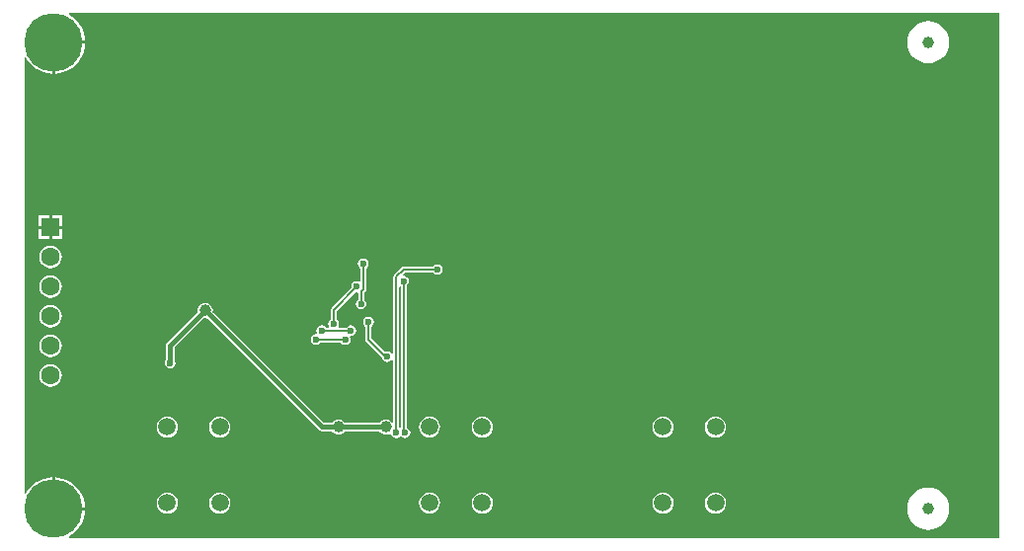
<source format=gbl>
G04*
G04 #@! TF.GenerationSoftware,Altium Limited,Altium Designer,19.0.15 (446)*
G04*
G04 Layer_Physical_Order=2*
G04 Layer_Color=16711680*
%FSLAX25Y25*%
%MOIN*%
G70*
G01*
G75*
%ADD15C,0.00787*%
%ADD53C,0.01575*%
%ADD57C,0.05906*%
%ADD58C,0.06299*%
%ADD59R,0.06299X0.06299*%
%ADD60C,0.03937*%
%ADD61C,0.19685*%
%ADD62C,0.02362*%
%ADD63C,0.03150*%
G36*
X319390Y167323D02*
Y-9843D01*
X5240Y-9843D01*
X5099Y-9342D01*
X6267Y-8626D01*
X7540Y-7540D01*
X8626Y-6267D01*
X9501Y-4841D01*
X10141Y-3295D01*
X10531Y-1668D01*
X10623Y-500D01*
X0D01*
Y0D01*
X-500D01*
Y10623D01*
X-1668Y10531D01*
X-3295Y10141D01*
X-4841Y9501D01*
X-6267Y8626D01*
X-7540Y7540D01*
X-8626Y6267D01*
X-9342Y5099D01*
X-9843Y5240D01*
Y152241D01*
X-9342Y152382D01*
X-8626Y151213D01*
X-7540Y149941D01*
X-6267Y148854D01*
X-4841Y147980D01*
X-3295Y147339D01*
X-1668Y146949D01*
X-500Y146857D01*
Y157480D01*
X0D01*
Y157980D01*
X10623D01*
X10531Y159148D01*
X10141Y160775D01*
X9501Y162321D01*
X8626Y163748D01*
X7540Y165020D01*
X6267Y166107D01*
X5099Y166823D01*
X5240Y167323D01*
X319390Y167323D01*
D02*
G37*
%LPC*%
G36*
X295276Y164601D02*
X293886Y164464D01*
X292550Y164059D01*
X291319Y163401D01*
X290240Y162516D01*
X289355Y161436D01*
X288697Y160205D01*
X288292Y158870D01*
X288155Y157480D01*
X288292Y156091D01*
X288697Y154755D01*
X289355Y153524D01*
X290240Y152445D01*
X291319Y151559D01*
X292550Y150901D01*
X293886Y150496D01*
X295276Y150359D01*
X296665Y150496D01*
X298001Y150901D01*
X299232Y151559D01*
X300311Y152445D01*
X301196Y153524D01*
X301854Y154755D01*
X302260Y156091D01*
X302396Y157480D01*
X302260Y158870D01*
X301854Y160205D01*
X301196Y161436D01*
X300311Y162516D01*
X299232Y163401D01*
X298001Y164059D01*
X296665Y164464D01*
X295276Y164601D01*
D02*
G37*
G36*
X10623Y156980D02*
X500D01*
Y146857D01*
X1668Y146949D01*
X3295Y147339D01*
X4841Y147980D01*
X6267Y148854D01*
X7540Y149941D01*
X8626Y151213D01*
X9501Y152639D01*
X10141Y154185D01*
X10531Y155812D01*
X10623Y156980D01*
D02*
G37*
G36*
X2953Y98898D02*
X-484D01*
Y95461D01*
X2953D01*
Y98898D01*
D02*
G37*
G36*
X-1484D02*
X-4921D01*
Y95461D01*
X-1484D01*
Y98898D01*
D02*
G37*
G36*
X2953Y94461D02*
X-484D01*
Y91024D01*
X2953D01*
Y94461D01*
D02*
G37*
G36*
X-1484D02*
X-4921D01*
Y91024D01*
X-1484D01*
Y94461D01*
D02*
G37*
G36*
X-984Y88733D02*
X-1961Y88604D01*
X-2871Y88228D01*
X-3652Y87628D01*
X-4251Y86847D01*
X-4628Y85937D01*
X-4757Y84961D01*
X-4628Y83984D01*
X-4251Y83074D01*
X-3652Y82293D01*
X-2871Y81694D01*
X-1961Y81317D01*
X-984Y81188D01*
X-8Y81317D01*
X902Y81694D01*
X1683Y82293D01*
X2283Y83074D01*
X2660Y83984D01*
X2788Y84961D01*
X2660Y85937D01*
X2283Y86847D01*
X1683Y87628D01*
X902Y88228D01*
X-8Y88604D01*
X-984Y88733D01*
D02*
G37*
G36*
X129603Y82515D02*
X128911Y82377D01*
X128325Y81986D01*
X128143Y81712D01*
X118110D01*
X117726Y81636D01*
X117401Y81418D01*
X115038Y79056D01*
X114821Y78730D01*
X114744Y78346D01*
Y52173D01*
X114707Y52158D01*
X114244Y52090D01*
X113915Y52582D01*
X113329Y52974D01*
X112638Y53111D01*
X111946Y52974D01*
X111877Y52928D01*
X107303Y57502D01*
Y61532D01*
X107577Y61715D01*
X107968Y62301D01*
X108106Y62992D01*
X107968Y63683D01*
X107577Y64269D01*
X106991Y64661D01*
X106299Y64798D01*
X105608Y64661D01*
X105022Y64269D01*
X104630Y63683D01*
X104493Y62992D01*
X104630Y62301D01*
X105022Y61715D01*
X105296Y61532D01*
Y57087D01*
X105372Y56703D01*
X105590Y56377D01*
X110874Y51093D01*
X110969Y50614D01*
X111361Y50028D01*
X111946Y49636D01*
X112638Y49499D01*
X113329Y49636D01*
X113915Y50028D01*
X114244Y50521D01*
X114707Y50453D01*
X114744Y50438D01*
Y29274D01*
X114244Y29105D01*
X114030Y29384D01*
X113495Y29794D01*
X112873Y30052D01*
X112205Y30140D01*
X111537Y30052D01*
X110914Y29794D01*
X110380Y29384D01*
X110057Y28964D01*
X98323D01*
X98001Y29384D01*
X97466Y29794D01*
X96844Y30052D01*
X96176Y30140D01*
X95508Y30052D01*
X94885Y29794D01*
X94350Y29384D01*
X94028Y28964D01*
X91133D01*
X53693Y66404D01*
X53762Y66929D01*
X53674Y67597D01*
X53416Y68220D01*
X53006Y68754D01*
X52472Y69164D01*
X51849Y69422D01*
X51181Y69510D01*
X50513Y69422D01*
X49891Y69164D01*
X49356Y68754D01*
X48946Y68220D01*
X48688Y67597D01*
X48600Y66929D01*
X48669Y66404D01*
X38377Y56112D01*
X38072Y55656D01*
X37965Y55118D01*
Y50299D01*
X37701Y49904D01*
X37564Y49213D01*
X37701Y48521D01*
X38093Y47935D01*
X38679Y47544D01*
X39370Y47406D01*
X40061Y47544D01*
X40647Y47935D01*
X41039Y48521D01*
X41176Y49213D01*
X41039Y49904D01*
X40775Y50299D01*
Y54536D01*
X50656Y64417D01*
X51181Y64348D01*
X51706Y64417D01*
X89558Y26566D01*
X90013Y26261D01*
X90551Y26154D01*
X94028D01*
X94350Y25734D01*
X94885Y25324D01*
X95508Y25066D01*
X96176Y24978D01*
X96844Y25066D01*
X97466Y25324D01*
X98001Y25734D01*
X98323Y26154D01*
X110057D01*
X110380Y25734D01*
X110914Y25324D01*
X111537Y25066D01*
X112205Y24978D01*
X112873Y25066D01*
X113495Y25324D01*
X113570Y25381D01*
X114038Y25205D01*
X114079Y24998D01*
X114471Y24412D01*
X115057Y24020D01*
X115748Y23883D01*
X116439Y24020D01*
X116846Y24292D01*
X117433Y24313D01*
X118019Y23922D01*
X118710Y23784D01*
X119402Y23922D01*
X119988Y24313D01*
X120379Y24899D01*
X120517Y25591D01*
X120379Y26282D01*
X119988Y26868D01*
X119414Y27251D01*
Y75632D01*
X119779Y76179D01*
X119917Y76870D01*
X119779Y77561D01*
X119387Y78147D01*
X118801Y78539D01*
X118189Y78661D01*
X118049Y78908D01*
X117981Y79161D01*
X118526Y79705D01*
X128143D01*
X128325Y79431D01*
X128911Y79040D01*
X129603Y78902D01*
X130294Y79040D01*
X130880Y79431D01*
X131272Y80017D01*
X131409Y80709D01*
X131272Y81400D01*
X130880Y81986D01*
X130294Y82377D01*
X129603Y82515D01*
D02*
G37*
G36*
X104527Y84483D02*
X103836Y84346D01*
X103250Y83955D01*
X102859Y83368D01*
X102721Y82677D01*
X102859Y81986D01*
X103250Y81400D01*
X103524Y81217D01*
Y76891D01*
X103111Y76635D01*
X103024Y76635D01*
X102362Y76767D01*
X101671Y76630D01*
X101085Y76238D01*
X100693Y75652D01*
X100556Y74961D01*
X100620Y74638D01*
X93779Y67796D01*
X93561Y67471D01*
X93485Y67087D01*
Y63763D01*
X93211Y63580D01*
X92819Y62994D01*
X92682Y62303D01*
X92813Y61641D01*
X92814Y61554D01*
X92558Y61141D01*
X92051D01*
X91829Y61474D01*
X91242Y61866D01*
X90551Y62003D01*
X89860Y61866D01*
X89274Y61474D01*
X88882Y60888D01*
X88745Y60197D01*
X88882Y59506D01*
X89008Y59318D01*
X88707Y58868D01*
X88583Y58893D01*
X87891Y58755D01*
X87305Y58364D01*
X86914Y57778D01*
X86776Y57087D01*
X86914Y56395D01*
X87305Y55809D01*
X87891Y55418D01*
X88583Y55280D01*
X89274Y55418D01*
X89860Y55809D01*
X90043Y56083D01*
X96965D01*
X97148Y55809D01*
X97734Y55418D01*
X98425Y55280D01*
X99116Y55418D01*
X99703Y55809D01*
X100094Y56395D01*
X100232Y57087D01*
X100094Y57778D01*
X99969Y57965D01*
X100270Y58415D01*
X100394Y58390D01*
X101085Y58528D01*
X101671Y58920D01*
X102063Y59506D01*
X102200Y60197D01*
X102063Y60888D01*
X101671Y61474D01*
X101085Y61866D01*
X100394Y62003D01*
X99702Y61866D01*
X99116Y61474D01*
X98894Y61141D01*
X96419D01*
X96162Y61554D01*
X96163Y61641D01*
X96295Y62303D01*
X96157Y62994D01*
X95766Y63580D01*
X95492Y63763D01*
Y66671D01*
X102039Y73219D01*
X102362Y73154D01*
X102378Y73158D01*
X102765Y72840D01*
Y70653D01*
X102491Y70470D01*
X102100Y69884D01*
X101962Y69193D01*
X102100Y68502D01*
X102491Y67916D01*
X103077Y67524D01*
X103768Y67387D01*
X104460Y67524D01*
X105046Y67916D01*
X105437Y68502D01*
X105575Y69193D01*
X105437Y69884D01*
X105046Y70470D01*
X104772Y70653D01*
Y72889D01*
X105237Y73354D01*
X105455Y73680D01*
X105531Y74064D01*
Y81217D01*
X105805Y81400D01*
X106196Y81986D01*
X106334Y82677D01*
X106196Y83368D01*
X105805Y83955D01*
X105219Y84346D01*
X104527Y84483D01*
D02*
G37*
G36*
X-984Y78733D02*
X-1961Y78605D01*
X-2871Y78228D01*
X-3652Y77628D01*
X-4251Y76847D01*
X-4628Y75937D01*
X-4757Y74961D01*
X-4628Y73984D01*
X-4251Y73074D01*
X-3652Y72293D01*
X-2871Y71694D01*
X-1961Y71317D01*
X-984Y71188D01*
X-8Y71317D01*
X902Y71694D01*
X1683Y72293D01*
X2283Y73074D01*
X2660Y73984D01*
X2788Y74961D01*
X2660Y75937D01*
X2283Y76847D01*
X1683Y77628D01*
X902Y78228D01*
X-8Y78605D01*
X-984Y78733D01*
D02*
G37*
G36*
X-984Y68733D02*
X-1961Y68604D01*
X-2871Y68228D01*
X-3652Y67628D01*
X-4251Y66847D01*
X-4628Y65937D01*
X-4757Y64961D01*
X-4628Y63984D01*
X-4251Y63074D01*
X-3652Y62293D01*
X-2871Y61694D01*
X-1961Y61317D01*
X-984Y61188D01*
X-8Y61317D01*
X902Y61694D01*
X1683Y62293D01*
X2283Y63074D01*
X2660Y63984D01*
X2788Y64961D01*
X2660Y65937D01*
X2283Y66847D01*
X1683Y67628D01*
X902Y68228D01*
X-8Y68604D01*
X-984Y68733D01*
D02*
G37*
G36*
Y58733D02*
X-1961Y58605D01*
X-2871Y58228D01*
X-3652Y57628D01*
X-4251Y56847D01*
X-4628Y55937D01*
X-4757Y54961D01*
X-4628Y53984D01*
X-4251Y53074D01*
X-3652Y52293D01*
X-2871Y51694D01*
X-1961Y51317D01*
X-984Y51188D01*
X-8Y51317D01*
X902Y51694D01*
X1683Y52293D01*
X2283Y53074D01*
X2660Y53984D01*
X2788Y54961D01*
X2660Y55937D01*
X2283Y56847D01*
X1683Y57628D01*
X902Y58228D01*
X-8Y58605D01*
X-984Y58733D01*
D02*
G37*
G36*
X-984Y48733D02*
X-1961Y48605D01*
X-2871Y48228D01*
X-3652Y47628D01*
X-4251Y46847D01*
X-4628Y45937D01*
X-4757Y44961D01*
X-4628Y43984D01*
X-4251Y43074D01*
X-3652Y42293D01*
X-2871Y41694D01*
X-1961Y41317D01*
X-984Y41188D01*
X-8Y41317D01*
X902Y41694D01*
X1683Y42293D01*
X2283Y43074D01*
X2660Y43984D01*
X2788Y44961D01*
X2660Y45937D01*
X2283Y46847D01*
X1683Y47628D01*
X902Y48228D01*
X-8Y48605D01*
X-984Y48733D01*
D02*
G37*
G36*
X223425Y31133D02*
X222500Y31011D01*
X221638Y30654D01*
X220898Y30086D01*
X220330Y29346D01*
X219973Y28484D01*
X219851Y27559D01*
X219973Y26634D01*
X220330Y25772D01*
X220898Y25032D01*
X221638Y24464D01*
X222500Y24107D01*
X223425Y23985D01*
X224350Y24107D01*
X225212Y24464D01*
X225952Y25032D01*
X226520Y25772D01*
X226877Y26634D01*
X226999Y27559D01*
X226877Y28484D01*
X226520Y29346D01*
X225952Y30086D01*
X225212Y30654D01*
X224350Y31011D01*
X223425Y31133D01*
D02*
G37*
G36*
X205709D02*
X204784Y31011D01*
X203922Y30654D01*
X203182Y30086D01*
X202614Y29346D01*
X202257Y28484D01*
X202135Y27559D01*
X202257Y26634D01*
X202614Y25772D01*
X203182Y25032D01*
X203922Y24464D01*
X204784Y24107D01*
X205709Y23985D01*
X206634Y24107D01*
X207496Y24464D01*
X208236Y25032D01*
X208804Y25772D01*
X209161Y26634D01*
X209282Y27559D01*
X209161Y28484D01*
X208804Y29346D01*
X208236Y30086D01*
X207496Y30654D01*
X206634Y31011D01*
X205709Y31133D01*
D02*
G37*
G36*
X144685D02*
X143760Y31011D01*
X142898Y30654D01*
X142158Y30086D01*
X141590Y29346D01*
X141233Y28484D01*
X141111Y27559D01*
X141233Y26634D01*
X141590Y25772D01*
X142158Y25032D01*
X142898Y24464D01*
X143760Y24107D01*
X144685Y23985D01*
X145610Y24107D01*
X146472Y24464D01*
X147212Y25032D01*
X147780Y25772D01*
X148137Y26634D01*
X148259Y27559D01*
X148137Y28484D01*
X147780Y29346D01*
X147212Y30086D01*
X146472Y30654D01*
X145610Y31011D01*
X144685Y31133D01*
D02*
G37*
G36*
X126969D02*
X126043Y31011D01*
X125182Y30654D01*
X124441Y30086D01*
X123873Y29346D01*
X123516Y28484D01*
X123395Y27559D01*
X123516Y26634D01*
X123873Y25772D01*
X124441Y25032D01*
X125182Y24464D01*
X126043Y24107D01*
X126969Y23985D01*
X127893Y24107D01*
X128755Y24464D01*
X129496Y25032D01*
X130064Y25772D01*
X130421Y26634D01*
X130542Y27559D01*
X130421Y28484D01*
X130064Y29346D01*
X129496Y30086D01*
X128755Y30654D01*
X127893Y31011D01*
X126969Y31133D01*
D02*
G37*
G36*
X56102D02*
X55177Y31011D01*
X54315Y30654D01*
X53575Y30086D01*
X53007Y29346D01*
X52650Y28484D01*
X52529Y27559D01*
X52650Y26634D01*
X53007Y25772D01*
X53575Y25032D01*
X54315Y24464D01*
X55177Y24107D01*
X56102Y23985D01*
X57027Y24107D01*
X57889Y24464D01*
X58630Y25032D01*
X59197Y25772D01*
X59554Y26634D01*
X59676Y27559D01*
X59554Y28484D01*
X59197Y29346D01*
X58630Y30086D01*
X57889Y30654D01*
X57027Y31011D01*
X56102Y31133D01*
D02*
G37*
G36*
X38386D02*
X37461Y31011D01*
X36599Y30654D01*
X35859Y30086D01*
X35291Y29346D01*
X34934Y28484D01*
X34812Y27559D01*
X34934Y26634D01*
X35291Y25772D01*
X35859Y25032D01*
X36599Y24464D01*
X37461Y24107D01*
X38386Y23985D01*
X39311Y24107D01*
X40173Y24464D01*
X40913Y25032D01*
X41481Y25772D01*
X41838Y26634D01*
X41960Y27559D01*
X41838Y28484D01*
X41481Y29346D01*
X40913Y30086D01*
X40173Y30654D01*
X39311Y31011D01*
X38386Y31133D01*
D02*
G37*
G36*
X500Y10623D02*
Y500D01*
X10623D01*
X10531Y1668D01*
X10141Y3295D01*
X9501Y4841D01*
X8626Y6267D01*
X7540Y7540D01*
X6267Y8626D01*
X4841Y9501D01*
X3295Y10141D01*
X1668Y10531D01*
X500Y10623D01*
D02*
G37*
G36*
X223425Y5542D02*
X222500Y5421D01*
X221638Y5064D01*
X220898Y4496D01*
X220330Y3755D01*
X219973Y2894D01*
X219851Y1969D01*
X219973Y1044D01*
X220330Y182D01*
X220898Y-559D01*
X221638Y-1127D01*
X222500Y-1484D01*
X223425Y-1605D01*
X224350Y-1484D01*
X225212Y-1127D01*
X225952Y-559D01*
X226520Y182D01*
X226877Y1044D01*
X226999Y1969D01*
X226877Y2894D01*
X226520Y3755D01*
X225952Y4496D01*
X225212Y5064D01*
X224350Y5421D01*
X223425Y5542D01*
D02*
G37*
G36*
X205709D02*
X204784Y5421D01*
X203922Y5064D01*
X203182Y4496D01*
X202614Y3755D01*
X202257Y2894D01*
X202135Y1969D01*
X202257Y1044D01*
X202614Y182D01*
X203182Y-559D01*
X203922Y-1127D01*
X204784Y-1484D01*
X205709Y-1605D01*
X206634Y-1484D01*
X207496Y-1127D01*
X208236Y-559D01*
X208804Y182D01*
X209161Y1044D01*
X209282Y1969D01*
X209161Y2894D01*
X208804Y3755D01*
X208236Y4496D01*
X207496Y5064D01*
X206634Y5421D01*
X205709Y5542D01*
D02*
G37*
G36*
X144685D02*
X143760Y5421D01*
X142898Y5064D01*
X142158Y4496D01*
X141590Y3755D01*
X141233Y2894D01*
X141111Y1969D01*
X141233Y1044D01*
X141590Y182D01*
X142158Y-559D01*
X142898Y-1127D01*
X143760Y-1484D01*
X144685Y-1605D01*
X145610Y-1484D01*
X146472Y-1127D01*
X147212Y-559D01*
X147780Y182D01*
X148137Y1044D01*
X148259Y1969D01*
X148137Y2894D01*
X147780Y3755D01*
X147212Y4496D01*
X146472Y5064D01*
X145610Y5421D01*
X144685Y5542D01*
D02*
G37*
G36*
X126969D02*
X126043Y5421D01*
X125182Y5064D01*
X124441Y4496D01*
X123873Y3755D01*
X123516Y2894D01*
X123395Y1969D01*
X123516Y1044D01*
X123873Y182D01*
X124441Y-559D01*
X125182Y-1127D01*
X126043Y-1484D01*
X126969Y-1605D01*
X127893Y-1484D01*
X128755Y-1127D01*
X129496Y-559D01*
X130064Y182D01*
X130421Y1044D01*
X130542Y1969D01*
X130421Y2894D01*
X130064Y3755D01*
X129496Y4496D01*
X128755Y5064D01*
X127893Y5421D01*
X126969Y5542D01*
D02*
G37*
G36*
X56102D02*
X55177Y5421D01*
X54315Y5064D01*
X53575Y4496D01*
X53007Y3755D01*
X52650Y2894D01*
X52529Y1969D01*
X52650Y1044D01*
X53007Y182D01*
X53575Y-559D01*
X54315Y-1127D01*
X55177Y-1484D01*
X56102Y-1605D01*
X57027Y-1484D01*
X57889Y-1127D01*
X58630Y-559D01*
X59197Y182D01*
X59554Y1044D01*
X59676Y1969D01*
X59554Y2894D01*
X59197Y3755D01*
X58630Y4496D01*
X57889Y5064D01*
X57027Y5421D01*
X56102Y5542D01*
D02*
G37*
G36*
X38386D02*
X37461Y5421D01*
X36599Y5064D01*
X35859Y4496D01*
X35291Y3755D01*
X34934Y2894D01*
X34812Y1969D01*
X34934Y1044D01*
X35291Y182D01*
X35859Y-559D01*
X36599Y-1127D01*
X37461Y-1484D01*
X38386Y-1605D01*
X39311Y-1484D01*
X40173Y-1127D01*
X40913Y-559D01*
X41481Y182D01*
X41838Y1044D01*
X41960Y1969D01*
X41838Y2894D01*
X41481Y3755D01*
X40913Y4496D01*
X40173Y5064D01*
X39311Y5421D01*
X38386Y5542D01*
D02*
G37*
G36*
X295276Y7121D02*
X293886Y6984D01*
X292550Y6579D01*
X291319Y5921D01*
X290240Y5035D01*
X289355Y3956D01*
X288697Y2725D01*
X288292Y1389D01*
X288155Y0D01*
X288292Y-1389D01*
X288697Y-2725D01*
X289355Y-3956D01*
X290240Y-5035D01*
X291319Y-5921D01*
X292550Y-6579D01*
X293886Y-6984D01*
X295276Y-7121D01*
X296665Y-6984D01*
X298001Y-6579D01*
X299232Y-5921D01*
X300311Y-5035D01*
X301196Y-3956D01*
X301854Y-2725D01*
X302260Y-1389D01*
X302396Y0D01*
X302260Y1389D01*
X301854Y2725D01*
X301196Y3956D01*
X300311Y5035D01*
X299232Y5921D01*
X298001Y6579D01*
X296665Y6984D01*
X295276Y7121D01*
D02*
G37*
%LPD*%
G36*
X117407Y74829D02*
Y27672D01*
X116907Y27412D01*
X116752Y27521D01*
Y74639D01*
X117252Y74922D01*
X117407Y74829D01*
D02*
G37*
D15*
X104527Y74064D02*
Y82677D01*
X103768Y69193D02*
Y73305D01*
X104527Y74064D01*
X115748Y25689D02*
Y78346D01*
X118110Y80709D02*
X129603D01*
X115748Y78346D02*
X118110Y80709D01*
Y76870D02*
X118410Y76570D01*
Y25891D02*
Y76570D01*
Y25891D02*
X118710Y25591D01*
X106299Y57087D02*
X112359Y51027D01*
X94488Y67087D02*
X102362Y74961D01*
X94488Y62303D02*
Y67087D01*
X100335Y60138D02*
X100394Y60197D01*
X90610Y60138D02*
X100335D01*
X90551Y60197D02*
X90610Y60138D01*
X88583Y57087D02*
X98425D01*
X106299Y57087D02*
Y62992D01*
D53*
X39370Y55118D02*
X51181Y66929D01*
X39370Y49213D02*
Y55118D01*
X96176Y27559D02*
X112205D01*
X90551D02*
X96176D01*
X51181Y66929D02*
X90551Y27559D01*
D57*
X56102Y27559D02*
D03*
X38386D02*
D03*
X56102Y1969D02*
D03*
X38386D02*
D03*
X144685Y27559D02*
D03*
X126969D02*
D03*
X144685Y1969D02*
D03*
X126969D02*
D03*
X223425Y27559D02*
D03*
X205709D02*
D03*
X223425Y1969D02*
D03*
X205709D02*
D03*
D58*
X-984Y54961D02*
D03*
Y64961D02*
D03*
X-984Y74961D02*
D03*
X-984Y84961D02*
D03*
X-984Y44961D02*
D03*
D59*
X-984Y94961D02*
D03*
D60*
X295276Y157480D02*
D03*
Y0D02*
D03*
X96176Y27559D02*
D03*
X112205D02*
D03*
X51181Y66929D02*
D03*
D61*
X0Y157480D02*
D03*
Y0D02*
D03*
D62*
X39370Y49213D02*
D03*
X104527Y82677D02*
D03*
X103768Y69193D02*
D03*
X129603Y80709D02*
D03*
X118110Y76870D02*
D03*
X115748Y25689D02*
D03*
X35433Y76870D02*
D03*
X66929Y31806D02*
D03*
X234252Y31890D02*
D03*
X194882Y5906D02*
D03*
X183071D02*
D03*
X171260D02*
D03*
Y27657D02*
D03*
X183071D02*
D03*
X194882D02*
D03*
X154774Y31806D02*
D03*
X84646Y17717D02*
D03*
X116142Y8268D02*
D03*
X110236Y17717D02*
D03*
X118710Y25591D02*
D03*
X112638Y51305D02*
D03*
X94488Y62303D02*
D03*
X90551Y60197D02*
D03*
X100394D02*
D03*
X88583Y57087D02*
D03*
X102362Y74961D02*
D03*
X59039Y132047D02*
D03*
X198874Y99806D02*
D03*
X205011Y106816D02*
D03*
Y110123D02*
D03*
X201772Y106816D02*
D03*
X198874Y102953D02*
D03*
Y106816D02*
D03*
X208661D02*
D03*
Y110123D02*
D03*
X201772Y110236D02*
D03*
X198874Y110123D02*
D03*
X163386Y68758D02*
D03*
X129603Y66634D02*
D03*
X143701Y137795D02*
D03*
X79808Y53543D02*
D03*
X83745Y67778D02*
D03*
X36417Y70098D02*
D03*
X15748Y68693D02*
D03*
X98425Y57087D02*
D03*
X106299Y62992D02*
D03*
D63*
X221358Y8268D02*
D03*
X309941Y161811D02*
D03*
X315846Y150000D02*
D03*
X309941Y138189D02*
D03*
X315846Y126378D02*
D03*
X309941Y114567D02*
D03*
X315846Y102756D02*
D03*
Y79134D02*
D03*
X309941Y67323D02*
D03*
X315846Y55512D02*
D03*
X309941Y43701D02*
D03*
X315846Y31890D02*
D03*
X309941Y20079D02*
D03*
X315846Y8268D02*
D03*
X309941Y-3543D02*
D03*
X304035Y150000D02*
D03*
X298130Y138189D02*
D03*
X304035Y126378D02*
D03*
X298130Y114567D02*
D03*
X304035Y102756D02*
D03*
Y79134D02*
D03*
X298130Y67323D02*
D03*
X304035Y55512D02*
D03*
X298130Y43701D02*
D03*
X304035Y31890D02*
D03*
X298130Y20079D02*
D03*
X304035Y8268D02*
D03*
X286319Y161811D02*
D03*
Y138189D02*
D03*
X292224Y126378D02*
D03*
X286319Y114567D02*
D03*
X292224Y102756D02*
D03*
Y79134D02*
D03*
X286319Y67323D02*
D03*
X292224Y55512D02*
D03*
X286319Y43701D02*
D03*
X292224Y31890D02*
D03*
X286319Y20079D02*
D03*
X274508Y161811D02*
D03*
X280413Y150000D02*
D03*
X274508Y138189D02*
D03*
X280413Y126378D02*
D03*
X274508Y114567D02*
D03*
X280413Y102756D02*
D03*
Y79134D02*
D03*
X274508Y67323D02*
D03*
X280413Y55512D02*
D03*
X274508Y43701D02*
D03*
X280413Y31890D02*
D03*
X274508Y20079D02*
D03*
X280413Y8268D02*
D03*
X274508Y-3543D02*
D03*
X262697Y161811D02*
D03*
X268602Y150000D02*
D03*
X262697Y138189D02*
D03*
X268602Y126378D02*
D03*
X262697Y114567D02*
D03*
X268602Y102756D02*
D03*
Y79134D02*
D03*
X262697Y67323D02*
D03*
X268602Y55512D02*
D03*
X262697Y43701D02*
D03*
X268602Y31890D02*
D03*
X262697Y20079D02*
D03*
X268602Y8268D02*
D03*
X262697Y-3543D02*
D03*
X250886Y161811D02*
D03*
X256791Y150000D02*
D03*
X250886Y138189D02*
D03*
X256791Y126378D02*
D03*
X250886Y114567D02*
D03*
X256791Y102756D02*
D03*
Y79134D02*
D03*
X250886Y67323D02*
D03*
X256791Y55512D02*
D03*
X250886Y43701D02*
D03*
X256791Y31890D02*
D03*
X250886Y20079D02*
D03*
X256791Y8268D02*
D03*
X250886Y-3543D02*
D03*
X239075Y161811D02*
D03*
X244980Y150000D02*
D03*
X239075Y138189D02*
D03*
X244980Y126378D02*
D03*
X239075Y114567D02*
D03*
X244980Y102756D02*
D03*
Y79134D02*
D03*
X239075Y67323D02*
D03*
X244980Y55512D02*
D03*
X239075Y43701D02*
D03*
X244980Y31890D02*
D03*
Y8268D02*
D03*
X227264Y161811D02*
D03*
X233169Y150000D02*
D03*
X227264Y138189D02*
D03*
X233169Y126378D02*
D03*
X227264Y114567D02*
D03*
X233169Y102756D02*
D03*
Y79134D02*
D03*
X227264Y67323D02*
D03*
X233169Y55512D02*
D03*
X215453Y161811D02*
D03*
X221358Y150000D02*
D03*
X215453Y138189D02*
D03*
X221358Y126378D02*
D03*
X215453Y114567D02*
D03*
X221358Y102756D02*
D03*
Y79134D02*
D03*
X215453Y67323D02*
D03*
X221358Y55512D02*
D03*
X215453Y43701D02*
D03*
Y20079D02*
D03*
Y-3543D02*
D03*
X203642Y161811D02*
D03*
X209547Y150000D02*
D03*
X203642Y138189D02*
D03*
X209547Y126378D02*
D03*
X203642Y114567D02*
D03*
X209547Y79134D02*
D03*
X203642Y67323D02*
D03*
X209547Y55512D02*
D03*
X191831Y161811D02*
D03*
X197736Y150000D02*
D03*
X191831Y138189D02*
D03*
X197736Y126378D02*
D03*
X191831Y114567D02*
D03*
Y90945D02*
D03*
X197736Y79134D02*
D03*
X191831Y67323D02*
D03*
X197736Y55512D02*
D03*
X180020Y161811D02*
D03*
X185925Y150000D02*
D03*
X180020Y138189D02*
D03*
X185925Y126378D02*
D03*
X180020Y114567D02*
D03*
X185925Y102756D02*
D03*
X180020Y90945D02*
D03*
X185925Y79134D02*
D03*
X180020Y67323D02*
D03*
X185925Y55512D02*
D03*
M02*

</source>
